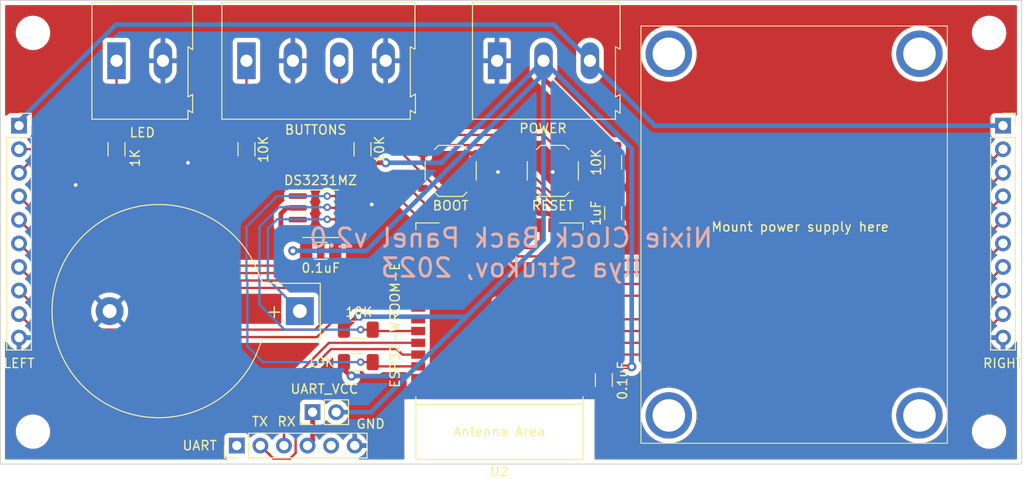
<source format=kicad_pcb>
(kicad_pcb (version 20221018) (generator pcbnew)
  (layers (0 "F.Cu" signal) (31 "B.Cu" signal) (34 "B.Paste" user) (35 "F.Paste" user) (36 "B.SilkS" user "B.Silkscreen") (37 "F.SilkS" user "F.Silkscreen") (38 "B.Mask" user) (39 "F.Mask" user) (44 "Edge.Cuts" user))
  (net 0 "")
  (net 1 "Net-(BT1-+)")
  (net 2 "GND")
  (net 3 "/RESET")
  (net 4 "+3.3V")
  (net 6 "/TXD")
  (net 7 "/RXD")
  (net 9 "/BTN1")
  (net 10 "/BTN2")
  (net 11 "Net-(J3-Pin_1)")
  (net 12 "+5V")
  (net 13 "/TUBE1A")
  (net 14 "/TUBE1B")
  (net 15 "/TUBE1C")
  (net 16 "/TUBE1D")
  (net 17 "/TUBE2A")
  (net 18 "/TUBE2B")
  (net 19 "/TUBE2C")
  (net 20 "/TUBE2D")
  (net 21 "/TUBE3A")
  (net 22 "/TUBE3B")
  (net 23 "/TUBE3C")
  (net 24 "/TUBE3D")
  (net 25 "/TUBE4A")
  (net 26 "/TUBE4B")
  (net 27 "/TUBE4C")
  (net 28 "/TUBE4D")
  (net 29 "/LED1")
  (net 30 "/SDA")
  (net 31 "/SCL")
  (net 32 "/BOOT")
  (net 37 "/UART_VCC")
  (footprint "Resistor_SMD:R_1206_3216Metric_Pad1.30x1.75mm_HandSolder" (layer "F.Cu") (at 89 66.05 90)
    (fp_text reference "R3" hide)
    (fp_text value "10K" (at 0 1.82 90) (layer "F.SilkS"))
    (fp_line (start -0.727064 -0.91) (end 0.727064 -0.91) (stroke (width 0.12)) (layer "F.SilkS"))
    (fp_line (start -0.727064 0.91) (end 0.727064 0.91) (stroke (width 0.12)) (layer "F.SilkS"))
    (pad "1" smd roundrect (at -1.55 0 90) (size 1.3 1.75) (layers "F.Cu" "F.Paste" "F.Mask") (roundrect_rratio 0.192308) (net 4 "+3.3V"))
    (pad "2" smd roundrect (at 1.55 0 90) (size 1.3 1.75) (layers "F.Cu" "F.Paste" "F.Mask") (roundrect_rratio 0.192308) (net 10 "/BTN2"))
  )
  (footprint "Resistor_SMD:R_1206_3216Metric_Pad1.30x1.75mm_HandSolder" (layer "F.Cu") (at 76.5 66.05 90)
    (fp_text reference "R2" hide)
    (fp_text value "10K" (at 0 1.82 90) (layer "F.SilkS"))
    (fp_line (start -0.727064 -0.91) (end 0.727064 -0.91) (stroke (width 0.12)) (layer "F.SilkS"))
    (fp_line (start -0.727064 0.91) (end 0.727064 0.91) (stroke (width 0.12)) (layer "F.SilkS"))
    (pad "1" smd roundrect (at -1.55 0 90) (size 1.3 1.75) (layers "F.Cu" "F.Paste" "F.Mask") (roundrect_rratio 0.192308) (net 4 "+3.3V"))
    (pad "2" smd roundrect (at 1.55 0 90) (size 1.3 1.75) (layers "F.Cu" "F.Paste" "F.Mask") (roundrect_rratio 0.192308) (net 9 "/BTN1"))
  )
  (footprint "Capacitor_SMD:C_1206_3216Metric_Pad1.33x1.80mm_HandSolder" (layer "F.Cu") (at 115 90.9375 -90)
    (fp_text reference "C3" hide)
    (fp_text value "0.1uF" (at 0.0625 -2 90) (layer "F.SilkS"))
    (fp_line (start -0.711252 -0.91) (end 0.711252 -0.91) (stroke (width 0.12)) (layer "F.SilkS"))
    (fp_line (start -0.711252 0.91) (end 0.711252 0.91) (stroke (width 0.12)) (layer "F.SilkS"))
    (pad "1" smd roundrect (at -1.5625 0 270) (size 1.325 1.8) (layers "F.Cu" "F.Paste" "F.Mask") (roundrect_rratio 0.188679) (net 4 "+3.3V"))
    (pad "2" smd roundrect (at 1.5625 0 270) (size 1.325 1.8) (layers "F.Cu" "F.Paste" "F.Mask") (roundrect_rratio 0.188679) (net 2 "GND"))
  )
  (footprint "Connector_PinSocket_2.54mm:PinSocket_1x10_P2.54mm_Vertical" (layer "F.Cu") (at 52 63.5)
    (fp_text reference "J5" hide)
    (fp_text value "LEFT" (at 0 25.63) (layer "F.SilkS"))
    (fp_line (start -1.33 1.27) (end -1.33 24.19) (stroke (width 0.12)) (layer "F.SilkS"))
    (fp_line (start -1.33 1.27) (end 1.33 1.27) (stroke (width 0.12)) (layer "F.SilkS"))
    (fp_line (start -1.33 24.19) (end 1.33 24.19) (stroke (width 0.12)) (layer "F.SilkS"))
    (fp_line (start 0 -1.33) (end 1.33 -1.33) (stroke (width 0.12)) (layer "F.SilkS"))
    (fp_line (start 1.33 -1.33) (end 1.33 0) (stroke (width 0.12)) (layer "F.SilkS"))
    (fp_line (start 1.33 1.27) (end 1.33 24.19) (stroke (width 0.12)) (layer "F.SilkS"))
    (pad "1" thru_hole rect (at 0 0) (size 1.7 1.7) (drill 1) (layers "*.Cu" "*.Mask") (net 12 "+5V"))
    (pad "2" thru_hole oval (at 0 2.54) (size 1.7 1.7) (drill 1) (layers "*.Cu" "*.Mask") (net 13 "/TUBE1A"))
    (pad "3" thru_hole oval (at 0 5.08) (size 1.7 1.7) (drill 1) (layers "*.Cu" "*.Mask") (net 14 "/TUBE1B"))
    (pad "4" thru_hole oval (at 0 7.62) (size 1.7 1.7) (drill 1) (layers "*.Cu" "*.Mask") (net 15 "/TUBE1C"))
    (pad "5" thru_hole oval (at 0 10.16) (size 1.7 1.7) (drill 1) (layers "*.Cu" "*.Mask") (net 16 "/TUBE1D"))
    (pad "6" thru_hole oval (at 0 12.7) (size 1.7 1.7) (drill 1) (layers "*.Cu" "*.Mask") (net 17 "/TUBE2A"))
    (pad "7" thru_hole oval (at 0 15.24) (size 1.7 1.7) (drill 1) (layers "*.Cu" "*.Mask") (net 18 "/TUBE2B"))
    (pad "8" thru_hole oval (at 0 17.78) (size 1.7 1.7) (drill 1) (layers "*.Cu" "*.Mask") (net 19 "/TUBE2C"))
    (pad "9" thru_hole oval (at 0 20.32) (size 1.7 1.7) (drill 1) (layers "*.Cu" "*.Mask") (net 20 "/TUBE2D"))
    (pad "10" thru_hole oval (at 0 22.86) (size 1.7 1.7) (drill 1) (layers "*.Cu" "*.Mask") (net 2 "GND"))
  )
  (footprint "Button_Switch_SMD:SW_Push_1P1T_XKB_TS-1187A" (layer "F.Cu") (at 109.5 68.375)
    (fp_text reference "SW2" hide)
    (fp_text value "RESET" (at 0 3.75) (layer "F.SilkS"))
    (fp_line (start -2.75 -1) (end -2.75 1) (stroke (width 0.12)) (layer "F.SilkS"))
    (fp_line (start -1.75 -2.3) (end -1.3 -2.75) (stroke (width 0.12)) (layer "F.SilkS"))
    (fp_line (start -1.75 2.3) (end -1.3 2.75) (stroke (width 0.12)) (layer "F.SilkS"))
    (fp_line (start -1.3 -2.75) (end 1.3 -2.75) (stroke (width 0.12)) (layer "F.SilkS"))
    (fp_line (start -1.3 2.75) (end 1.3 2.75) (stroke (width 0.12)) (layer "F.SilkS"))
    (fp_line (start 1.75 -2.3) (end 1.3 -2.75) (stroke (width 0.12)) (layer "F.SilkS"))
    (fp_line (start 1.75 2.3) (end 1.3 2.75) (stroke (width 0.12)) (layer "F.SilkS"))
    (fp_line (start 2.75 -1) (end 2.75 1) (stroke (width 0.12)) (layer "F.SilkS"))
    (pad "1" smd rect (at -3 -1.875) (size 1 0.75) (layers "F.Cu" "F.Paste" "F.Mask") (net 2 "GND"))
    (pad "1" smd rect (at 3 -1.875) (size 1 0.75) (layers "F.Cu" "F.Paste" "F.Mask") (net 2 "GND"))
    (pad "2" smd rect (at -3 1.875) (size 1 0.75) (layers "F.Cu" "F.Paste" "F.Mask") (net 3 "/RESET"))
    (pad "2" smd rect (at 3 1.875) (size 1 0.75) (layers "F.Cu" "F.Paste" "F.Mask") (net 3 "/RESET"))
  )
  (footprint "TerminalBlock:TerminalBlock_Altech_AK300-3_P5.00mm" (layer "F.Cu") (at 103.5 56.5)
    (fp_text reference "J4" hide)
    (fp_text value "POWER" (at 4.95 7.3) (layer "F.SilkS"))
    (fp_line (start -2.65 -6.3) (end -2.65 6.3) (stroke (width 0.12)) (layer "F.SilkS"))
    (fp_line (start -2.65 6.3) (end 12.75 6.3) (stroke (width 0.12)) (layer "F.SilkS"))
    (fp_line (start 12.75 -1.5) (end 13.25 -1.25) (stroke (width 0.12)) (layer "F.SilkS"))
    (fp_line (start 12.75 3.9) (end 12.75 -1.5) (stroke (width 0.12)) (layer "F.SilkS"))
    (fp_line (start 12.75 5.35) (end 13.25 5.65) (stroke (width 0.12)) (layer "F.SilkS"))
    (fp_line (start 12.75 6.3) (end 12.75 5.35) (stroke (width 0.12)) (layer "F.SilkS"))
    (fp_line (start 13.25 -6.3) (end -2.65 -6.3) (stroke (width 0.12)) (layer "F.SilkS"))
    (fp_line (start 13.25 -1.25) (end 13.25 -6.3) (stroke (width 0.12)) (layer "F.SilkS"))
    (fp_line (start 13.25 3.65) (end 12.75 3.9) (stroke (width 0.12)) (layer "F.SilkS"))
    (fp_line (start 13.25 5.65) (end 13.25 3.65) (stroke (width 0.12)) (layer "F.SilkS"))
    (pad "1" thru_hole rect (at 0 0) (size 1.98 3.96) (drill 1.32) (layers "*.Cu" "*.Mask") (net 2 "GND"))
    (pad "2" thru_hole oval (at 5 0) (size 1.98 3.96) (drill 1.32) (layers "*.Cu" "*.Mask") (net 4 "+3.3V"))
    (pad "3" thru_hole oval (at 10 0) (size 1.98 3.96) (drill 1.32) (layers "*.Cu" "*.Mask") (net 12 "+5V"))
  )
  (footprint "Connector_PinHeader_2.54mm:PinHeader_1x06_P2.54mm_Vertical" (layer "F.Cu") (at 75.46 98 90)
    (fp_text reference "J1" hide)
    (fp_text value "UART" (at 0 -4 180) (layer "F.SilkS"))
    (fp_line (start -1.33 -1.33) (end 0 -1.33) (stroke (width 0.12)) (layer "F.SilkS"))
    (fp_line (start -1.33 0) (end -1.33 -1.33) (stroke (width 0.12)) (layer "F.SilkS"))
    (fp_line (start -1.33 1.27) (end -1.33 14.03) (stroke (width 0.12)) (layer "F.SilkS"))
    (fp_line (start -1.33 1.27) (end 1.33 1.27) (stroke (width 0.12)) (layer "F.SilkS"))
    (fp_line (start -1.33 14.03) (end 1.33 14.03) (stroke (width 0.12)) (layer "F.SilkS"))
    (fp_line (start 1.33 1.27) (end 1.33 14.03) (stroke (width 0.12)) (layer "F.SilkS"))
    (pad "1" thru_hole rect (at 0 0 90) (size 1.7 1.7) (drill 1) (layers "*.Cu" "*.Mask"))
    (pad "2" thru_hole oval (at 0 2.54 90) (size 1.7 1.7) (drill 1) (layers "*.Cu" "*.Mask") (net 6 "/TXD"))
    (pad "3" thru_hole oval (at 0 5.08 90) (size 1.7 1.7) (drill 1) (layers "*.Cu" "*.Mask") (net 7 "/RXD"))
    (pad "4" thru_hole oval (at 0 7.62 90) (size 1.7 1.7) (drill 1) (layers "*.Cu" "*.Mask") (net 37 "/UART_VCC"))
    (pad "5" thru_hole oval (at 0 10.16 90) (size 1.7 1.7) (drill 1) (layers "*.Cu" "*.Mask"))
    (pad "6" thru_hole oval (at 0 12.7 90) (size 1.7 1.7) (drill 1) (layers "*.Cu" "*.Mask") (net 2 "GND"))
  )
  (footprint "MountingHole:MountingHole_3.2mm_M3" (layer "F.Cu") (at 156.5 96.5)
    (fp_text reference "REF**" hide)
    (fp_text value "MountingHole_3.2mm_M3" hide)
    (pad "" np_thru_hole circle (at 0 0) (size 3.2 3.2) (drill 3.2) (layers "F&B.Cu" "*.Mask"))
  )
  (footprint "MountingHole:MountingHole_3.2mm_M3" (layer "F.Cu") (at 156.5 53.5)
    (fp_text reference "REF**" hide)
    (fp_text value "MountingHole_3.2mm_M3" hide)
    (pad "" np_thru_hole circle (at 0 0) (size 3.2 3.2) (drill 3.2) (layers "F&B.Cu" "*.Mask"))
  )
  (footprint "TerminalBlock:TerminalBlock_Altech_AK300-4_P5.00mm" (layer "F.Cu") (at 76.5 56.5)
    (fp_text reference "J2" hide)
    (fp_text value "BUTTONS" (at 7.45 7.45) (layer "F.SilkS"))
    (fp_line (start -2.65 -6.3) (end 18.15 -6.3) (stroke (width 0.12)) (layer "F.SilkS"))
    (fp_line (start -2.65 6.3) (end -2.65 -6.3) (stroke (width 0.12)) (layer "F.SilkS"))
    (fp_line (start 17.65 -1.5) (end 17.65 3.9) (stroke (width 0.12)) (layer "F.SilkS"))
    (fp_line (start 17.65 3.9) (end 18.2 3.6) (stroke (width 0.12)) (layer "F.SilkS"))
    (fp_line (start 17.65 5.35) (end 17.65 6.3) (stroke (width 0.12)) (layer "F.SilkS"))
    (fp_line (start 17.65 6.3) (end -2.65 6.3) (stroke (width 0.12)) (layer "F.SilkS"))
    (fp_line (start 18.15 -6.3) (end 18.15 -1.25) (stroke (width 0.12)) (layer "F.SilkS"))
    (fp_line (start 18.15 -1.25) (end 17.65 -1.5) (stroke (width 0.12)) (layer "F.SilkS"))
    (fp_line (start 18.2 3.6) (end 18.2 5.65) (stroke (width 0.12)) (layer "F.SilkS"))
    (fp_line (start 18.2 5.65) (end 17.65 5.35) (stroke (width 0.12)) (layer "F.SilkS"))
    (pad "1" thru_hole rect (at 0 0) (size 1.98 3.96) (drill 1.32) (layers "*.Cu" "*.Mask") (net 9 "/BTN1"))
    (pad "2" thru_hole oval (at 5 0) (size 1.98 3.96) (drill 1.32) (layers "*.Cu" "*.Mask") (net 2 "GND"))
    (pad "3" thru_hole oval (at 10 0) (size 1.98 3.96) (drill 1.32) (layers "*.Cu" "*.Mask") (net 10 "/BTN2"))
    (pad "4" thru_hole oval (at 15 0) (size 1.98 3.96) (drill 1.32) (layers "*.Cu" "*.Mask") (net 2 "GND"))
  )
  (footprint "Resistor_SMD:R_1206_3216Metric_Pad1.30x1.75mm_HandSolder" (layer "F.Cu") (at 88.55 89)
    (fp_text reference "R7" hide)
    (fp_text value "10K" (at -4.05 0) (layer "F.SilkS"))
    (fp_line (start -0.727064 -0.91) (end 0.727064 -0.91) (stroke (width 0.12)) (layer "F.SilkS"))
    (fp_line (start -0.727064 0.91) (end 0.727064 0.91) (stroke (width 0.12)) (layer "F.SilkS"))
    (pad "1" smd roundrect (at -1.55 0) (size 1.3 1.75) (layers "F.Cu" "F.Paste" "F.Mask") (roundrect_rratio 0.192308) (net 4 "+3.3V"))
    (pad "2" smd roundrect (at 1.55 0) (size 1.3 1.75) (layers "F.Cu" "F.Paste" "F.Mask") (roundrect_rratio 0.192308) (net 31 "/SCL"))
  )
  (footprint "nixie_clock:HV_PSU_EXT_V3" (layer "F.Cu") (at 135.5 75.25 90)
    (fp_text reference "REF**" hide)
    (fp_text value "HV_PSU_EXT_V3")
    (fp_line (start -22.5 -16.5) (end 22.5 -16.5) (stroke (width 0.1)) (layer "F.SilkS"))
    (fp_line (start -22.5 16.5) (end -22.5 -16.5) (stroke (width 0.1)) (layer "F.SilkS"))
    (fp_line (start 22.5 -16.5) (end 22.5 16.5) (stroke (width 0.1)) (layer "F.SilkS"))
    (fp_line (start 22.5 16.5) (end -22.5 16.5) (stroke (width 0.1)) (layer "F.SilkS"))
    (pad "" np_thru_hole circle (at -19.5 -13.5 90) (size 5 5) (drill 3.5) (layers "*.Cu" "*.Mask"))
    (pad "" np_thru_hole circle (at -19.5 13.5 90) (size 5 5) (drill 3.5) (layers "*.Cu" "*.Mask"))
    (pad "" np_thru_hole circle (at 19.5 -13.5 90) (size 5 5) (drill 3.5) (layers "*.Cu" "*.Mask"))
    (pad "" np_thru_hole circle (at 19.5 13.5 90) (size 5 5) (drill 3.5) (layers "*.Cu" "*.Mask"))
  )
  (footprint "Resistor_SMD:R_1206_3216Metric_Pad1.30x1.75mm_HandSolder" (layer "F.Cu") (at 62.5 66.05 -90)
    (fp_text reference "R4" hide)
    (fp_text value "1K" (at 0.95 -2 90) (layer "F.SilkS"))
    (fp_line (start -0.727064 -0.91) (end 0.727064 -0.91) (stroke (width 0.12)) (layer "F.SilkS"))
    (fp_line (start -0.727064 0.91) (end 0.727064 0.91) (stroke (width 0.12)) (layer "F.SilkS"))
    (pad "1" smd roundrect (at -1.55 0 270) (size 1.3 1.75) (layers "F.Cu" "F.Paste" "F.Mask") (roundrect_rratio 0.192308) (net 11 "Net-(J3-Pin_1)"))
    (pad "2" smd roundrect (at 1.55 0 270) (size 1.3 1.75) (layers "F.Cu" "F.Paste" "F.Mask") (roundrect_rratio 0.192308) (net 29 "/LED1"))
  )
  (footprint "Resistor_SMD:R_1206_3216Metric_Pad1.30x1.75mm_HandSolder" (layer "F.Cu") (at 116 67.45 -90)
    (fp_text reference "R1" hide)
    (fp_text value "10K" (at 0 1.82 90) (layer "F.SilkS"))
    (fp_line (start -0.727064 -0.91) (end 0.727064 -0.91) (stroke (width 0.12)) (layer "F.SilkS"))
    (fp_line (start -0.727064 0.91) (end 0.727064 0.91) (stroke (width 0.12)) (layer "F.SilkS"))
    (pad "1" smd roundrect (at -1.55 0 270) (size 1.3 1.75) (layers "F.Cu" "F.Paste" "F.Mask") (roundrect_rratio 0.192308) (net 4 "+3.3V"))
    (pad "2" smd roundrect (at 1.55 0 270) (size 1.3 1.75) (layers "F.Cu" "F.Paste" "F.Mask") (roundrect_rratio 0.192308) (net 3 "/RESET"))
  )
  (footprint "TerminalBlock:TerminalBlock_Altech_AK300-2_P5.00mm" (layer "F.Cu") (at 62.5 56.5)
    (fp_text reference "J3" hide)
    (fp_text value "LED" (at 2.78 7.75) (layer "F.SilkS"))
    (fp_line (start -2.65 -6.3) (end -2.65 6.3) (stroke (width 0.12)) (layer "F.SilkS"))
    (fp_line (start -2.65 6.3) (end 7.7 6.3) (stroke (width 0.12)) (layer "F.SilkS"))
    (fp_line (start 7.7 -1.5) (end 8.2 -1.2) (stroke (width 0.12)) (layer "F.SilkS"))
    (fp_line (start 7.7 3.9) (end 7.7 -1.5) (stroke (width 0.12)) (layer "F.SilkS"))
    (fp_line (start 7.7 5.35) (end 8.2 5.6) (stroke (width 0.12)) (layer "F.SilkS"))
    (fp_line (start 7.7 6.3) (end 7.7 5.35) (stroke (width 0.12)) (layer "F.SilkS"))
    (fp_line (start 8.2 -6.3) (end -2.65 -6.3) (stroke (width 0.12)) (layer "F.SilkS"))
    (fp_line (start 8.2 -1.2) (end 8.2 -6.3) (stroke (width 0.12)) (layer "F.SilkS"))
    (fp_line (start 8.2 3.65) (end 7.7 3.9) (stroke (width 0.12)) (layer "F.SilkS"))
    (fp_line (start 8.2 3.7) (end 8.2 3.65) (stroke (width 0.12)) (layer "F.SilkS"))
    (fp_line (start 8.2 5.6) (end 8.2 3.7) (stroke (width 0.12)) (layer "F.SilkS"))
    (pad "1" thru_hole rect (at 0 0) (size 1.98 3.96) (drill 1.32) (layers "*.Cu" "*.Mask") (net 11 "Net-(J3-Pin_1)"))
    (pad "2" thru_hole oval (at 5 0) (size 1.98 3.96) (drill 1.32) (layers "*.Cu" "*.Mask") (net 2 "GND"))
  )
  (footprint "Connector_PinSocket_2.54mm:PinSocket_1x10_P2.54mm_Vertical" (layer "F.Cu") (at 158 63.5)
    (fp_text reference "J6" hide)
    (fp_text value "RIGHT" (at 0 25.63) (layer "F.SilkS"))
    (fp_line (start -1.33 1.27) (end -1.33 24.19) (stroke (width 0.12)) (layer "F.SilkS"))
    (fp_line (start -1.33 1.27) (end 1.33 1.27) (stroke (width 0.12)) (layer "F.SilkS"))
    (fp_line (start -1.33 24.19) (end 1.33 24.19) (stroke (width 0.12)) (layer "F.SilkS"))
    (fp_line (start 0 -1.33) (end 1.33 -1.33) (stroke (width 0.12)) (layer "F.SilkS"))
    (fp_line (start 1.33 -1.33) (end 1.33 0) (stroke (width 0.12)) (layer "F.SilkS"))
    (fp_line (start 1.33 1.27) (end 1.33 24.19) (stroke (width 0.12)) (layer "F.SilkS"))
    (pad "1" thru_hole rect (at 0 0) (size 1.7 1.7) (drill 1) (layers "*.Cu" "*.Mask") (net 12 "+5V"))
    (pad "2" thru_hole oval (at 0 2.54) (size 1.7 1.7) (drill 1) (layers "*.Cu" "*.Mask") (net 21 "/TUBE3A"))
    (pad "3" thru_hole oval (at 0 5.08) (size 1.7 1.7) (drill 1) (layers "*.Cu" "*.Mask") (net 22 "/TUBE3B"))
    (pad "4" thru_hole oval (at 0 7.62) (size 1.7 1.7) (drill 1) (layers "*.Cu" "*.Mask") (net 23 "/TUBE3C"))
    (pad "5" thru_hole oval (at 0 10.16) (size 1.7 1.7) (drill 1) (layers "*.Cu" "*.Mask") (net 24 "/TUBE3D"))
    (pad "6" thru_hole oval (at 0 12.7) (size 1.7 1.7) (drill 1) (layers "*.Cu" "*.Mask") (net 25 "/TUBE4A"))
    (pad "7" thru_hole oval (at 0 15.24) (size 1.7 1.7) (drill 1) (layers "*.Cu" "*.Mask") (net 26 "/TUBE4B"))
    (pad "8" thru_hole oval (at 0 17.78) (size 1.7 1.7) (drill 1) (layers "*.Cu" "*.Mask") (net 27 "/TUBE4C"))
    (pad "9" thru_hole oval (at 0 20.32) (size 1.7 1.7) (drill 1) (layers "*.Cu" "*.Mask") (net 28 "/TUBE4D"))
    (pad "10" thru_hole oval (at 0 22.86) (size 1.7 1.7) (drill 1) (layers "*.Cu" "*.Mask") (net 2 "GND"))
  )
  (footprint "MountingHole:MountingHole_3.2mm_M3" (layer "F.Cu") (at 53.5 96.5)
    (fp_text reference "REF**" hide)
    (fp_text value "MountingHole_3.2mm_M3" hide)
    (pad "" np_thru_hole circle (at 0 0) (size 3.2 3.2) (drill 3.2) (layers "F&B.Cu" "*.Mask"))
  )
  (footprint "MountingHole:MountingHole_3.2mm_M3" (layer "F.Cu") (at 53.5 53.5)
    (fp_text reference "REF**" hide)
    (fp_text value "MountingHole_3.2mm_M3" hide)
    (pad "" np_thru_hole circle (at 0 0) (size 3.2 3.2) (drill 3.2) (layers "*.Cu" "*.Mask"))
  )
  (footprint "Connector_PinHeader_2.54mm:PinHeader_1x02_P2.54mm_Vertical" (layer "F.Cu") (at 83.625 94.4 90)
    (fp_text reference "JP1" hide)
    (fp_text value "UART_VCC" (at 2.5 1.275) (layer "F.SilkS"))
    (fp_line (start -1.33 -1.33) (end 0 -1.33) (stroke (width 0.12)) (layer "F.SilkS"))
    (fp_line (start -1.33 0) (end -1.33 -1.33) (stroke (width 0.12)) (layer "F.SilkS"))
    (fp_line (start -1.33 1.27) (end -1.33 3.87) (stroke (width 0.12)) (layer "F.SilkS"))
    (fp_line (start -1.33 1.27) (end 1.33 1.27) (stroke (width 0.12)) (layer "F.SilkS"))
    (fp_line (start -1.33 3.87) (end 1.33 3.87) (stroke (width 0.12)) (layer "F.SilkS"))
    (fp_line (start 1.33 1.27) (end 1.33 3.87) (stroke (width 0.12)) (layer "F.SilkS"))
    (pad "1" thru_hole rect (at 0 0 90) (size 1.7 1.7) (drill 1) (layers "*.Cu" "*.Mask") (net 37 "/UART_VCC"))
    (pad "2" thru_hole oval (at 0 2.54 90) (size 1.7 1.7) (drill 1) (layers "*.Cu" "*.Mask") (net 4 "+3.3V"))
  )
  (footprint "Resistor_SMD:R_1206_3216Metric_Pad1.30x1.75mm_HandSolder" (layer "F.Cu") (at 88.55 85.5)
    (fp_text reference "R6" hide)
    (fp_text value "10K" (at 0.05 -1.9) (layer "F.SilkS"))
    (fp_line (start -0.727064 -0.91) (end 0.727064 -0.91) (stroke (width 0.12)) (layer "F.SilkS"))
    (fp_line (start -0.727064 0.91) (end 0.727064 0.91) (stroke (width 0.12)) (layer "F.SilkS"))
    (pad "1" smd roundrect (at -1.55 0) (size 1.3 1.75) (layers "F.Cu" "F.Paste" "F.Mask") (roundrect_rratio 0.192308) (net 4 "+3.3V"))
    (pad "2" smd roundrect (at 1.55 0) (size 1.3 1.75) (layers "F.Cu" "F.Paste" "F.Mask") (roundrect_rratio 0.192308) (net 30 "/SDA"))
  )
  (footprint "Package_SO:SOIC-8_3.9x4.9mm_P1.27mm" (layer "F.Cu") (at 84.5 73)
    (fp_text reference "U1" hide)
    (fp_text value "DS3231MZ" (at -0.025 -3.595) (layer "F.SilkS"))
    (fp_line (start 0 -2.56) (end -3.45 -2.56) (stroke (width 0.12)) (layer "F.SilkS"))
    (fp_line (start 0 -2.56) (end 1.95 -2.56) (stroke (width 0.12)) (layer "F.SilkS"))
    (fp_line (start 0 2.56) (end -1.95 2.56) (stroke (width 0.12)) (layer "F.SilkS"))
    (fp_line (start 0 2.56) (end 1.95 2.56) (stroke (width 0.12)) (layer "F.SilkS"))
    (pad "1" smd roundrect (at -2.475 -1.905) (size 1.95 0.6) (layers "F.Cu" "F.Paste" "F.Mask"))
    (pad "2" smd roundrect (at -2.475 -0.635) (size 1.95 0.6) (layers "F.Cu" "F.Paste" "F.Mask") (net 4 "+3.3V"))
    (pad "3" smd roundrect (at -2.475 0.635) (size 1.95 0.6) (layers "F.Cu" "F.Paste" "F.Mask"))
    (pad "4" smd roundrect (at -2.475 1.905) (size 1.95 0.6) (layers "F.Cu" "F.Paste" "F.Mask") (net 4 "+3.3V"))
    (pad "5" smd roundrect (at 2.475 1.905) (size 1.95 0.6) (layers "F.Cu" "F.Paste" "F.Mask") (net 2 "GND"))
    (pad "6" smd roundrect (at 2.475 0.635) (size 1.95 0.6) (layers "F.Cu" "F.Paste" "F.Mask") (net 1 "Net-(BT1-+)"))
    (pad "7" smd roundrect (at 2.475 -0.635) (size 1.95 0.6) (layers "F.Cu" "F.Paste" "F.Mask") (net 30 "/SDA"))
    (pad "8" smd roundrect (at 2.475 -1.905) (size 1.95 0.6) (layers "F.Cu" "F.Paste" "F.Mask") (net 31 "/SCL"))
  )
  (footprint "Battery:BatteryHolder_Keystone_103_1x20mm" (layer "F.Cu") (at 82.250001 83.500001 180)
    (fp_text reference "BT1" hide)
    (fp_text value "BAK")
    (fp_text user "+" (at 2.75 0) (layer "F.SilkS") (effects (font (size 1.5 1.5))))
    (fp_line (start -2.2 -3) (end 3.5 -3) (stroke (width 0.12)) (layer "F.SilkS"))
    (fp_line (start -2.2 3) (end -2.2 -3) (stroke (width 0.12)) (layer "F.SilkS"))
    (fp_line (start -2.2 3) (end 3.5 3) (stroke (width 0.12)) (layer "F.SilkS"))
    (fp_arc (start 3.5 3) (mid 3.950694 3.136459) (end 4.25 3.5) (stroke (width 0.12)) (layer "F.SilkS"))
    (fp_arc (start 4.25 -3.5) (mid 3.950694 -3.136459) (end 3.5 -3) (stroke (width 0.12)) (layer "F.SilkS"))
    (fp_arc (start 4.25 -3.5) (mid 16.971103 -11.358466) (end 26.695671 0) (stroke (width 0.12)) (layer "F.SilkS"))
    (fp_arc (start 26.695671 0) (mid 16.971103 11.358466) (end 4.25 3.5) (stroke (width 0.12)) (layer "F.SilkS"))
    (pad "1" thru_hole rect (at 0 0 180) (size 3 3) (drill 1.5) (layers "*.Cu" "*.Mask") (net 1 "Net-(BT1-+)"))
    (pad "2" thru_hole circle (at 20.49 0 180) (size 3 3) (drill 1.5) (layers "*.Cu" "*.Mask") (net 2 "GND"))
  )
  (footprint "Espressif:ESP32-WROOM-32E" (layer "F.Cu") (at 103.75 84.99 180)
    (fp_text reference "U2" (at 0 -15.8) (layer "F.SilkS"))
    (fp_text value "ESP32-WROOM-E" (at 11.25 -0.01 90) (layer "F.SilkS"))
    (fp_text user "Antenna Area" (at 0 -11.5) (layer "F.SilkS"))
    (fp_line (start -9 -14.5) (end -9 -7.75) (stroke (width 0.12)) (layer "F.SilkS"))
    (fp_line (start -9 -14.5) (end 9 -14.5) (stroke (width 0.12)) (layer "F.SilkS"))
    (fp_line (start -9 10.25) (end -9 11) (stroke (width 0.12)) (layer "F.SilkS"))
    (fp_line (start -9 11) (end -8.25 11) (stroke (width 0.12)) (layer "F.SilkS"))
    (fp_line (start -8.25 11) (end -6.5 11) (stroke (width 0.12)) (layer "F.SilkS"))
    (fp_line (start 8.25 11) (end 6.5 11) (stroke (width 0.12)) (layer "F.SilkS"))
    (fp_line (start 9 -14.5) (end 9 -7.75) (stroke (width 0.12)) (layer "F.SilkS"))
    (fp_line (start 9 -8.56) (end -9 -8.56) (stroke (width 0.12)) (layer "F.SilkS"))
    (fp_line (start 9 10.25) (end 9 11) (stroke (width 0.12)) (layer "F.SilkS"))
    (fp_line (start 9 11) (end 8.25 11) (stroke (width 0.12)) (layer "F.SilkS"))
    (pad "1" smd rect (at -8.75 -7.01 180) (size 1.5 0.9) (layers "F.Cu" "F.Paste" "F.Mask") (net 2 "GND"))
    (pad "2" smd rect (at -8.75 -5.74 180) (size 1.5 0.9) (layers "F.Cu" "F.Paste" "F.Mask") (net 4 "+3.3V"))
    (pad "3" smd rect (at -8.75 -4.47 180) (size 1.5 0.9) (layers "F.Cu" "F.Paste" "F.Mask") (net 3 "/RESET"))
    (pad "4" smd rect (at -8.75 -3.2 180) (size 1.5 0.9) (layers "F.Cu" "F.Paste" "F.Mask") (net 28 "/TUBE4D"))
    (pad "5" smd rect (at -8.75 -1.93 180) (size 1.5 0.9) (layers "F.Cu" "F.Paste" "F.Mask") (net 27 "/TUBE4C"))
    (pad "6" smd rect (at -8.75 -0.66 180) (size 1.5 0.9) (layers "F.Cu" "F.Paste" "F.Mask") (net 26 "/TUBE4B"))
    (pad "7" smd rect (at -8.75 0.61 180) (size 1.5 0.9) (layers "F.Cu" "F.Paste" "F.Mask") (net 25 "/TUBE4A"))
    (pad "8" smd rect (at -8.75 1.88 180) (size 1.5 0.9) (layers "F.Cu" "F.Paste" "F.Mask"))
    (pad "9" smd rect (at -8.75 3.15 180) (size 1.5 0.9) (layers "F.Cu" "F.Paste" "F.Mask") (net 24 "/TUBE3D"))
    (pad "10" smd rect (at -8.75 4.42 180) (size 1.5 0.9) (layers "F.Cu" "F.Paste" "F.Mask") (net 23 "/TUBE3C"))
    (pad "11" smd rect (at -8.75 5.69 180) (size 1.5 0.9) (layers "F.Cu" "F.Paste" "F.Mask") (net 22 "/TUBE3B"))
    (pad "12" smd rect (at -8.75 6.96 180) (size 1.5 0.9) (layers "F.Cu" "F.Paste" "F.Mask") (net 21 "/TUBE3A"))
    (pad "13" smd rect (at -8.75 8.23 180) (size 1.5 0.9) (layers "F.Cu" "F.Paste" "F.Mask") (net 10 "/BTN2"))
    (pad "14" smd rect (at -8.75 9.5 180) (size 1.5 0.9) (layers "F.Cu" "F.Paste" "F.Mask") (net 9 "/BTN1"))
    (pad "15" smd rect (at -5.72 10.75 270) (size 1.5 0.9) (layers "F.Cu" "F.Paste" "F.Mask") (net 2 "GND"))
    (pad "16" smd rect (at -4.45 10.75 270) (size 1.5 0.9) (layers "F.Cu" "F.Paste" "F.Mask") (net 29 "/LED1"))
    (pad "17" smd rect (at -3.18 10.75 270) (size 1.5 0.9) (layers "F.Cu" "F.Paste" "F.Mask"))
    (pad "18" smd rect (at -1.91 10.75 270) (size 1.5 0.9) (layers "F.Cu" "F.Paste" "F.Mask"))
    (pad "19" smd rect (at -0.64 10.75 270) (size 1.5 0.9) (layers "F.Cu" "F.Paste" "F.Mask"))
    (pad "20" smd rect (at 0.63 10.75 270) (size 1.5 0.9) (layers "F.Cu" "F.Paste" "F.Mask"))
    (pad "21" smd rect (at 1.9 10.75 270) (size 1.5 0.9) (layers "F.Cu" "F.Paste" "F.Mask"))
    (pad "22" smd rect (at 3.17 10.75 270) (size 1.5 0.9) (layers "F.Cu" "F.Paste" "F.Mask"))
    (pad "23" smd rect (at 4.44 10.75 270) (size 1.5 0.9) (layers "F.Cu" "F.Paste" "F.Mask") (net 13 "/TUBE1A"))
    (pad "24" smd rect (at 5.71 10.75 270) (size 1.5 0.9) (layers "F.Cu" "F.Paste" "F.Mask") (net 14 "/TUBE1B"))
    (pad "25" smd rect (at 8.75 9.5) (size 1.5 0.9) (layers "F.Cu" "F.Paste" "F.Mask") (net 32 "/BOOT"))
    (pad "26" smd rect (at 8.75 8.23) (size 1.5 0.9) (layers "F.Cu" "F.Paste" "F.Mask") (net 15 "/TUBE1C"))
    (pad "27" smd rect (at 8.75 6.96) (size 1.5 0.9) (layers "F.Cu" "F.Paste" "F.Mask") (net 16 "/TUBE1D"))
    (pad "28" smd rect (at 8.75 5.69) (size 1.5 0.9) (layers "F.Cu" "F.Paste" "F.Mask") (net 17 "/TUBE2A"))
    (pad "29" smd rect (at 8.75 4.42) (size 1.5 0.9) (layers "F.Cu" "F.Paste" "F.Mask") (net 18 "/TUBE2B"))
    (pad "30" smd rect (at 8.75 3.15) (size 1.5 0.9) (layers "F.Cu" "F.Paste" "F.Mask") (net 19 "/TUBE2C"))
    (pad "31" smd rect (at 8.75 1.88) (size 1.5 0.9) (layers "F.Cu" "F.Paste" "F.Mask") (net 20 "/TUBE2D"))
    (pad "32" smd rect (at 8.75 0.61) (size 1.5 0.9) (layers "F.Cu" "F.Paste" "F.Mask"))
    (pad "33" smd rect (at 8.75 -0.66) (size 1.5 0.9) (layers "F.Cu" "F.Paste" "F.Mask") (net 30 "/SDA"))
    (pad "34" smd rect (at 8.75 -1.93) (size 1.5 0.9) (layers "F.Cu" "F.Paste" "F.Mask") (net 7 "/RXD"))
    (pad "35" smd rect (at 8.75 -3.2) (size 1.5 0.9) (layers "F.Cu" "F.Paste" "F.Mask") (net 6 "/TXD"))
    (pad "36" smd rect (at 8.75 -4.47) (size 1.5 0.9) (layers "F.Cu" "F.Paste" "F.Mask") (net 31 "/SCL"))
    (pad "37" smd rect (at 8.75 -5.74) (size 1.5 0.9) (layers "F.Cu" "F.Paste" "F.Mask"))
    (pad "38" smd rect (at 8.75 -7.01) (size 1.5 0.9) (layers "F.Cu" "F.Paste" "F.Mask") (net 2 "GND"))
    (pad "39" smd rect (at -2.9 -0.69) (size 0.9 0.9) (layers "F.Cu" "F.Paste" "F.Mask") (net 2 "GND"))
    (pad "39" smd rect (at -2.9 0.71) (size 0.9 0.9) (layers "F.Cu" "F.Paste" "F.Mask") (net 2 "GND"))
    (pad "39" smd rect (at -2.9 2.11) (size 0.9 0.9) (layers "F.Cu" "F.Paste" "F.Mask") (net 2 "GND"))
    (pad "39" smd rect (at -1.5 -0.69) (size 0.9 0.9) (layers "F.Cu" "F.Paste" "F.Mask") (net 2 "GND"))
    (pad "39" smd rect (at -1.5 0.71) (size 0.9 0.9) (layers "F.Cu" "F.Paste" "F.Mask") (net 2 "GND"))
    (pad "39" smd rect (at -1.5 2.11) (size 0.9 0.9) (layers "F.Cu" "F.Paste" "F.Mask") (net 2 "GND"))
    (pad "39" smd rect (at -0.1 -0.69) (size 0.9 0.9) (layers "F.Cu" "F.Paste" "F.Mask") (net 2 "GND"))
    (pad "39" smd rect (at -0.1 0.71) (size 0.9 0.9) (layers "F.Cu" "F.Paste" "F.Mask") (net 2 "GND"))
    (pad "39" smd rect (at -0.1 2.11) (size 0.9 0.9) (layers "F.Cu" "F.Paste" "F.Mask") (net 2 "GND"))
  )
  (footprint "Capacitor_SMD:C_1206_3216Metric_Pad1.33x1.80mm_HandSolder" (layer "F.Cu") (at 116 72.9375 -90)
    (fp_text reference "C1" hide)
    (fp_text value "1uF" (at 0 1.85 90) (layer "F.SilkS"))
    (fp_line (start -0.711252 -0.91) (end 0.711252 -0.91) (stroke (width 0.12)) (layer "F.SilkS"))
    (fp_line (start -0.711252 0.91) (end 0.711252 0.91) (stroke (width 0.12)) (layer "F.SilkS"))
    (pad "1" smd roundrect (at -1.5625 0 270) (size 1.325 1.8) (layers "F.Cu" "F.Paste" "F.Mask") (roundrect_rratio 0.188679) (net 3 "/RESET"))
    (pad "2" smd roundrect (at 1.5625 0 270) (size 1.325 1.8) (layers "F.Cu" "F.Paste" "F.Mask") (roundrect_rratio 0.188679) (net 2 "GND"))
  )
  (footprint "Button_Switch_SMD:SW_Push_1P1T_XKB_TS-1187A" (layer "F.Cu") (at 98.5 68.375)
    (fp_text reference "SW1" hide)
    (fp_text value "BOOT" (at 0 3.75) (layer "F.SilkS"))
    (fp_line (start -2.75 -1) (end -2.75 1) (stroke (width 0.12)) (layer "F.SilkS"))
    (fp_line (start -1.75 -2.3) (end -1.3 -2.75) (stroke (width 0.12)) (layer "F.SilkS"))
    (fp_line (start -1.75 2.3) (end -1.3 2.75) (stroke (width 0.12)) (layer "F.SilkS"))
    (fp_line (start -1.3 -2.75) (end 1.3 -2.75) (stroke (width 0.12)) (layer "F.SilkS"))
    (fp_line (start -1.3 2.75) (end 1.3 2.75) (stroke (width 0.12)) (layer "F.SilkS"))
    (fp_line (start 1.75 -2.3) (end 1.3 -2.75) (stroke (width 0.12)) (layer "F.SilkS"))
    (fp_line (start 1.75 2.3) (end 1.3 2.75) (stroke (width 0.12)) (layer "F.SilkS"))
    (fp_line (start 2.75 -1) (end 2.75 1) (stroke (width 0.12)) (layer "F.SilkS"))
    (pad "1" smd rect (at -3 -1.875) (size 1 0.75) (layers "F.Cu" "F.Paste" "F.Mask") (net 2 "GND"))
    (pad "1" smd rect (at 3 -1.875) (size 1 0.75) (layers "F.Cu" "F.Paste" "F.Mask") (net 2 "GND"))
    (pad "2" smd rect (at -3 1.875) (size 1 0.75) (layers "F.Cu" "F.Paste" "F.Mask") (net 32 "/BOOT"))
    (pad "2" smd rect (at 3 1.875) (size 1 0.75) (layers "F.Cu" "F.Paste" "F.Mask") (net 32 "/BOOT"))
  )
  (footprint "Capacitor_SMD:C_1206_3216Metric_Pad1.33x1.80mm_HandSolder" (layer "F.Cu") (at 84.5 77)
    (fp_text reference "C4" hide)
    (fp_text value "0.1uF" (at 0 1.85) (layer "F.SilkS"))
    (fp_line (start -0.711252 -0.91) (end 0.711252 -0.91) (stroke (width 0.12)) (layer "F.SilkS"))
    (fp_line (start -0.711252 0.91) (end 0.711252 0.91) (stroke (width 0.12)) (layer "F.SilkS"))
    (pad "1" smd roundrect (at -1.5625 0) (size 1.325 1.8) (layers "F.Cu" "F.Paste" "F.Mask") (roundrect_rratio 0.188679) (net 4 "+3.3V"))
    (pad "2" smd roundrect (at 1.5625 0) (size 1.325 1.8) (layers "F.Cu" "F.Paste" "F.Mask") (roundrect_rratio 0.188679) (net 2 "GND"))
  )
  (gr_rect (start 50 50) (end 160 100) (stroke (width 0.1)) (fill none) (layer "Edge.Cuts"))
  (gr_text "Nixie Clock Back Panel v2.0\nIlya Strukov, 2023" (at 105 80) (layer "B.SilkS") (effects (font (size 2 2) (thickness 0.3)) (justify bottom mirror)))
  (gr_text "Mount power supply here" (at 126.5 75) (layer "F.SilkS") (effects (font (size 1 1)) (justify left bottom)))
  (gr_text "RX" (at 79.75 96) (layer "F.SilkS") (effects (font (size 1 1)) (justify left bottom)))
  (gr_text "GND" (at 88.25 96.25) (layer "F.SilkS") (effects (font (size 1 1)) (justify left bottom)))
  (gr_text "TX" (at 77 96) (layer "F.SilkS") (effects (font (size 1 1)) (justify left bottom)))
  (segment (start 86.94 73.6) (end 86.975 73.635) (width 0.25) (layer "F.Cu") (net 1))
  (segment (start 85.2 73.6) (end 86.94 73.6) (width 0.25) (layer "F.Cu") (net 1))
  (via (at 85.2 73.6) (size 0.8) (drill 0.4) (layers "F.Cu" "B.Cu") (net 1))
  (segment (start 78.8 80.05) (end 78.8 74.6) (width 0.25) (layer "B.Cu") (net 1))
  (segment (start 79.8 73.6) (end 85.2 73.6) (width 0.25) (layer "B.Cu") (net 1))
  (segment (start 82.250001 83.500001) (end 78.8 80.05) (width 0.25) (layer "B.Cu") (net 1))
  (segment (start 78.8 74.6) (end 79.8 73.6) (width 0.25) (layer "B.Cu") (net 1))
  (segment (start 112.5 92) (end 114.5 92) (width 0.5) (layer "F.Cu") (net 2))
  (segment (start 86.0625 77) (end 86.0625 75.8175) (width 0.5) (layer "F.Cu") (net 2))
  (segment (start 109.47 74.24) (end 109.47 73.31) (width 0.5) (layer "F.Cu") (net 2))
  (segment (start 86.0625 75.8175) (end 86.975 74.905) (width 0.5) (layer "F.Cu") (net 2))
  (segment (start 109.15 72.99) (end 108 72.99) (width 0.5) (layer "F.Cu") (net 2))
  (segment (start 109.47 73.31) (end 109.15 72.99) (width 0.5) (layer "F.Cu") (net 2))
  (segment (start 114.5 92) (end 115 92.5) (width 0.5) (layer "F.Cu") (net 2))
  (via (at 109.5 68.5) (size 0.8) (drill 0.4) (layers "F.Cu" "B.Cu") (net 2))
  (via (at 70.2 67.5) (size 0.8) (drill 0.4) (layers "F.Cu" "B.Cu") (net 2))
  (via (at 90 72) (size 0.8) (drill 0.4) (layers "F.Cu" "B.Cu") (net 2))
  (via (at 58.1 69.9) (size 0.8) (drill 0.4) (layers "F.Cu" "B.Cu") (net 2))
  (via (at 103.6 68.5) (size 0.8) (drill 0.4) (layers "F.Cu" "B.Cu") (net 2))
  (segment (start 106.5 70.25) (end 107.986396 70.25) (width 0.25) (layer "F.Cu") (net 3))
  (segment (start 112.5 70.25) (end 114.875 70.25) (width 0.25) (layer "F.Cu") (net 3))
  (segment (start 114.875 70.25) (end 116 71.375) (width 0.25) (layer "F.Cu") (net 3))
  (segment (start 107.986396 70.25) (end 111.1 73.363604) (width 0.25) (layer "F.Cu") (net 3))
  (segment (start 111.5 89.46) (end 112.5 89.46) (width 0.25) (layer "F.Cu") (net 3))
  (segment (start 111.1 89.06) (end 111.5 89.46) (width 0.25) (layer "F.Cu") (net 3))
  (segment (start 111.1 73.363604) (end 111.1 89.06) (width 0.25) (layer "F.Cu") (net 3))
  (segment (start 116 71.375) (end 116 69) (width 0.25) (layer "F.Cu") (net 3))
  (segment (start 115.125 89.5) (end 115 89.375) (width 0.5) (layer "F.Cu") (net 4))
  (segment (start 80.2 74.3) (end 80.2 73) (width 0.5) (layer "F.Cu") (net 4))
  (segment (start 82.9375 77) (end 82.9375 75.8175) (width 0.5) (layer "F.Cu") (net 4))
  (segment (start 89.1 67.5) (end 89 67.6) (width 0.5) (layer "F.Cu") (net 4))
  (segment (start 80.2 73) (end 80.835 72.365) (width 0.5) (layer "F.Cu") (net 4))
  (segment (start 82.9375 75.8175) (end 82.025 74.905) (width 0.5) (layer "F.Cu") (net 4))
  (segment (start 81.5 77) (end 82.9375 77) (width 0.5) (layer "F.Cu") (net 4))
  (segment (start 80.805 74.905) (end 80.2 74.3) (width 0.5) (layer "F.Cu") (net 4))
  (segment (start 108.5 56.5) (end 108.5 58.4) (width 0.5) (layer "F.Cu") (net 4))
  (segment (start 89 67.6) (end 76.5 67.6) (width 0.5) (layer "F.Cu") (net 4))
  (segment (start 87 89.8) (end 87 89) (width 0.5) (layer "F.Cu") (net 4))
  (segment (start 82.025 74.905) (end 80.805 74.905) (width 0.5) (layer "F.Cu") (net 4))
  (segment (start 87.8 90.5) (end 87.7 90.5) (width 0.5) (layer "F.Cu") (net 4))
  (segment (start 113.645 90.73) (end 115 89.375) (width 0.5) (layer "F.Cu") (net 4))
  (segment (start 112.5 90.73) (end 113.645 90.73) (width 0.5) (layer "F.Cu") (net 4))
  (segment (start 88.4 84.1) (end 87 85.5) (width 0.5) (layer "F.Cu") (net 4))
  (segment (start 87.7 90.5) (end 87 89.8) (width 0.5) (layer "F.Cu") (net 4))
  (segment (start 91.5 67.5) (end 89.1 67.5) (width 0.5) (layer "F.Cu") (net 4))
  (segment (start 108.5 58.4) (end 116 65.9) (width 0.5) (layer "F.Cu") (net 4))
  (segment (start 80.835 72.365) (end 82.025 72.365) (width 0.5) (layer "F.Cu") (net 4))
  (segment (start 118 89.5) (end 115.125 89.5) (width 0.5) (layer "F.Cu") (net 4))
  (segment (start 88.6 84.1) (end 88.4 84.1) (width 0.5) (layer "F.Cu") (net 4))
  (via (at 81.5 77) (size 1) (drill 0.5) (layers "F.Cu" "B.Cu") (net 4))
  (via (at 87.8 90.5) (size 1) (drill 0.5) (layers "F.Cu" "B.Cu") (net 4))
  (via (at 91.5 67.5) (size 1) (drill 0.5) (layers "F.Cu" "B.Cu") (net 4))
  (via (at 88.6 84.1) (size 1) (drill 0.5) (layers "F.Cu" "B.Cu") (net 4))
  (via (at 118 89.5) (size 1) (drill 0.5) (layers "F.Cu" "B.Cu") (net 4))
  (segment (start 108.5 57.9) (end 108.5 56.5) (width 0.5) (layer "B.Cu") (net 4))
  (segment (start 100.2 84.1) (end 88.6 84.1) (width 0.5) (layer "B.Cu") (net 4))
  (segment (start 118 66) (end 118 89.5) (width 0.5) (layer "B.Cu") (net 4))
  (segment (start 108.5 56.5) (end 97.5 67.5) (width 0.5) (layer "B.Cu") (net 4))
  (segment (start 86.165 94.4) (end 89.9 94.4) (width 0.5) (layer "B.Cu") (net 4))
  (segment (start 108.5 56.5) (end 118 66) (width 0.5) (layer "B.Cu") (net 4))
  (segment (start 97.5 67.5) (end 91.5 67.5) (width 0.5) (layer "B.Cu") (net 4))
  (segment (start 81.5 77) (end 89.4 77) (width 0.5) (layer "B.Cu") (net 4))
  (segment (start 93.95 90.35) (end 100.2 84.1) (width 0.5) (layer "B.Cu") (net 4))
  (segment (start 108.5 75.8) (end 108.5 56.5) (width 0.5) (layer "B.Cu") (net 4))
  (segment (start 93.95 90.35) (end 93.8 90.5) (width 0.5) (layer "B.Cu") (net 4))
  (segment (start 100.2 84.1) (end 108.5 75.8) (width 0.5) (layer "B.Cu") (net 4))
  (segment (start 89.9 94.4) (end 93.95 90.35) (width 0.5) (layer "B.Cu") (net 4))
  (segment (start 93.8 90.5) (end 87.8 90.5) (width 0.5) (layer "B.Cu") (net 4))
  (segment (start 89.4 77) (end 108.5 57.9) (width 0.5) (layer "B.Cu") (net 4))
  (segment (start 85.6 87.6) (end 92.7 87.6) (width 0.25) (layer "F.Cu") (net 6))
  (segment (start 81.8 91.4) (end 85.6 87.6) (width 0.25) (layer "F.Cu") (net 6))
  (segment (start 93.29 88.19) (end 95 88.19) (width 0.25) (layer "F.Cu") (net 6))
  (segment (start 78 98) (end 79.4 99.4) (width 0.25) (layer "F.Cu") (net 6))
  (segment (start 79.4 99.4) (end 81.2 99.4) (width 0.25) (layer "F.Cu") (net 6))
  (segment (start 92.7 87.6) (end 93.29 88.19) (width 0.25) (layer "F.Cu") (net 6))
  (segment (start 81.2 99.4) (end 81.8 98.8) (width 0.25) (layer "F.Cu") (net 6))
  (segment (start 81.8 98.8) (end 81.8 91.4) (width 0.25) (layer "F.Cu") (net 6))
  (segment (start 95 86.92) (end 85.38 86.92) (width 0.25) (layer "F.Cu") (net 7))
  (segment (start 80.54 91.76) (end 80.54 98) (width 0.25) (layer "F.Cu") (net 7))
  (segment (start 85.38 86.92) (end 80.54 91.76) (width 0.25) (layer "F.Cu") (net 7))
  (segment (start 76.5 64.5) (end 76.5 56.5) (width 0.25) (layer "F.Cu") (net 9))
  (segment (start 77.6 65.6) (end 76.5 64.5) (width 0.25) (layer "F.Cu") (net 9))
  (segment (start 112.5 74) (end 104.1 65.6) (width 0.25) (layer "F.Cu") (net 9))
  (segment (start 104.1 65.6) (end 77.6 65.6) (width 0.25) (layer "F.Cu") (net 9))
  (segment (start 112.5 75.49) (end 112.5 74) (width 0.25) (layer "F.Cu") (net 9))
  (segment (start 111.4 67.4) (end 108.5 64.5) (width 0.25) (layer "F.Cu") (net 10))
  (segment (start 89 64.5) (end 86.5 62) (width 0.25) (layer "F.Cu") (net 10))
  (segment (start 113.08 76.76) (end 113.575 76.265) (width 0.25) (layer "F.Cu") (net 10))
  (segment (start 112.5 76.76) (end 113.08 76.76) (width 0.25) (layer "F.Cu") (net 10))
  (segment (start 111.4 72.1) (end 111.4 67.4) (width 0.25) (layer "F.Cu") (net 10))
  (segment (start 113.575 76.265) (end 113.575 74.275) (width 0.25) (layer "F.Cu") (net 10))
  (segment (start 108.5 64.5) (end 89 64.5) (width 0.25) (layer "F.Cu") (net 10))
  (segment (start 86.5 62) (end 86.5 56.5) (width 0.25) (layer "F.Cu") (net 10))
  (segment (start 113.575 74.275) (end 111.4 72.1) (width 0.25) (layer "F.Cu") (net 10))
  (segment (start 62.5 56.5) (end 62.5 64.5) (width 0.25) (layer "F.Cu") (net 11))
  (segment (start 62.43 52.6) (end 52 63.03) (width 0.5) (layer "B.Cu") (net 12))
  (segment (start 120.5 63.5) (end 158 63.5) (width 0.5) (layer "B.Cu") (net 12))
  (segment (start 109.6 52.6) (end 62.43 52.6) (width 0.5) (layer "B.Cu") (net 12))
  (segment (start 52 63.03) (end 52 63.5) (width 0.5) (layer "B.Cu") (net 12))
  (segment (start 113.5 56.5) (end 120.5 63.5) (width 0.5) (layer "B.Cu") (net 12))
  (segment (start 113.5 56.5) (end 109.6 52.6) (width 0.5) (layer "B.Cu") (net 12))
  (segment (start 99.31 72.535) (end 92.975 66.2) (width 0.25) (layer "F.Cu") (net 13))
  (segment (start 63.576396 66.04) (end 52 66.04) (width 0.25) (layer "F.Cu") (net 13))
  (segment (start 63.736396 66.2) (end 63.576396 66.04) (width 0.25) (layer "F.Cu") (net 13))
  (segment (start 92.975 66.2) (end 63.736396 66.2) (width 0.25) (layer "F.Cu") (net 13))
  (segment (start 99.31 74.24) (end 99.31 72.535) (width 0.25) (layer "F.Cu") (net 13))
  (segment (start 92.8 69) (end 65.9 69) (width 0.25) (layer "F.Cu") (net 14))
  (segment (start 98.04 74.24) (end 92.8 69) (width 0.25) (layer "F.Cu") (net 14))
  (segment (start 65.9 69) (end 63.525 66.625) (width 0.25) (layer "F.Cu") (net 14))
  (segment (start 63.525 66.625) (end 53.955 66.625) (width 0.25) (layer "F.Cu") (net 14))
  (segment (start 53.955 66.625) (end 52 68.58) (width 0.25) (layer "F.Cu") (net 14))
  (segment (start 92.604442 78.6) (end 59.48 78.6) (width 0.25) (layer "F.Cu") (net 15))
  (segment (start 94.444442 76.76) (end 92.604442 78.6) (width 0.25) (layer "F.Cu") (net 15))
  (segment (start 95 76.76) (end 94.444442 76.76) (width 0.25) (layer "F.Cu") (net 15))
  (segment (start 59.48 78.6) (end 52 71.12) (width 0.25) (layer "F.Cu") (net 15))
  (segment (start 93.05 79.4) (end 57.74 79.4) (width 0.25) (layer "F.Cu") (net 16))
  (segment (start 57.74 79.4) (end 52 73.66) (width 0.25) (layer "F.Cu") (net 16))
  (segment (start 95 78.03) (end 94.42 78.03) (width 0.25) (layer "F.Cu") (net 16))
  (segment (start 94.42 78.03) (end 93.05 79.4) (width 0.25) (layer "F.Cu") (net 16))
  (segment (start 95 79.3) (end 94.42 79.3) (width 0.25) (layer "F.Cu") (net 17))
  (segment (start 93.52 80.2) (end 56 80.2) (width 0.25) (layer "F.Cu") (net 17))
  (segment (start 56 80.2) (end 52 76.2) (width 0.25) (layer "F.Cu") (net 17))
  (segment (start 94.42 79.3) (end 93.52 80.2) (width 0.25) (layer "F.Cu") (net 17))
  (segment (start 54.26 81) (end 52 78.74) (width 0.25) (layer "F.Cu") (net 18))
  (segment (start 95 80.57) (end 94.57 81) (width 0.25) (layer "F.Cu") (net 18))
  (segment (start 94.57 81) (end 54.26 81) (width 0.25) (layer "F.Cu") (net 18))
  (segment (start 52 81.28) (end 56.22 85.5) (width 0.25) (layer "F.Cu") (net 19))
  (segment (start 83.9 85.5) (end 87.56 81.84) (width 0.25) (layer "F.Cu") (net 19))
  (segment (start 56.22 85.5) (end 83.9 85.5) (width 0.25) (layer "F.Cu") (net 19))
  (segment (start 87.56 81.84) (end 95 81.84) (width 0.25) (layer "F.Cu") (net 19))
  (segment (start 84.1 86.3) (end 87.29 83.11) (width 0.25) (layer "F.Cu") (net 20))
  (segment (start 87.29 83.11) (end 95 83.11) (width 0.25) (layer "F.Cu") (net 20))
  (segment (start 54.48 86.3) (end 84.1 86.3) (width 0.25) (layer "F.Cu") (net 20))
  (segment (start 52 83.82) (end 54.48 86.3) (width 0.25) (layer "F.Cu") (net 20))
  (segment (start 112.5 78.03) (end 146.01 78.03) (width 0.25) (layer "F.Cu") (net 21))
  (segment (start 146.01 78.03) (end 158 66.04) (width 0.25) (layer "F.Cu") (net 21))
  (segment (start 147.28 79.3) (end 158 68.58) (width 0.25) (layer "F.Cu") (net 22))
  (segment (start 112.5 79.3) (end 147.28 79.3) (width 0.25) (layer "F.Cu") (net 22))
  (segment (start 148.55 80.57) (end 158 71.12) (width 0.25) (layer "F.Cu") (net 23))
  (segment (start 112.5 80.57) (end 148.55 80.57) (width 0.25) (layer "F.Cu") (net 23))
  (segment (start 149.82 81.84) (end 158 73.66) (width 0.25) (layer "F.Cu") (net 24))
  (segment (start 112.5 81.84) (end 149.82 81.84) (width 0.25) (layer "F.Cu") (net 24))
  (segment (start 112.5 84.38) (end 149.82 84.38) (width 0.25) (layer "F.Cu") (net 25))
  (segment (start 149.82 84.38) (end 158 76.2) (width 0.25) (layer "F.Cu") (net 25))
  (segment (start 151.09 85.65) (end 158 78.74) (width 0.25) (layer "F.Cu") (net 26))
  (segment (start 112.5 85.65) (end 151.09 85.65) (width 0.25) (layer "F.Cu") (net 26))
  (segment (start 158 81.28) (end 152.36 86.92) (width 0.25) (layer "F.Cu") (net 27))
  (segment (start 152.36 86.92) (end 112.5 86.92) (width 0.25) (layer "F.Cu") (net 27))
  (segment (start 153.63 88.19) (end 158 83.82) (width 0.25) (layer "F.Cu") (net 28))
  (segment (start 112.5 88.19) (end 153.63 88.19) (width 0.25) (layer "F.Cu") (net 28))
  (segment (start 107.3 76.7) (end 108.2 75.8) (width 0.25) (layer "F.Cu") (net 29))
  (segment (start 98.3 76.7) (end 107.3 76.7) (width 0.25) (layer "F.Cu") (net 29))
  (segment (start 108.2 75.8) (end 108.2 74.24) (width 0.25) (layer "F.Cu") (net 29))
  (segment (start 64.7 69.8) (end 91.4 69.8) (width 0.25) (layer "F.Cu") (net 29))
  (segment (start 91.4 69.8) (end 98.3 76.7) (width 0.25) (layer "F.Cu") (net 29))
  (segment (start 62.5 67.6) (end 64.7 69.8) (width 0.25) (layer "F.Cu") (net 29))
  (segment (start 88.8 85.5) (end 90.1 85.5) (width 0.25) (layer "F.Cu") (net 30))
  (segment (start 85.265 72.365) (end 85.2 72.3) (width 0.25) (layer "F.Cu") (net 30))
  (segment (start 95 85.65) (end 90.25 85.65) (width 0.25) (layer "F.Cu") (net 30))
  (segment (start 86.975 72.365) (end 85.265 72.365) (width 0.25) (layer "F.Cu") (net 30))
  (segment (start 90.25 85.65) (end 90.1 85.5) (width 0.25) (layer "F.Cu") (net 30))
  (via (at 88.8 85.5) (size 0.8) (drill 0.4) (layers "F.Cu" "B.Cu") (net 30))
  (via (at 85.2 72.3) (size 0.8) (drill 0.4) (layers "F.Cu" "B.Cu") (net 30))
  (segment (start 80 72.3) (end 77.9 74.4) (width 0.25) (layer "B.Cu") (net 30))
  (segment (start 85.2 72.3) (end 80 72.3) (width 0.25) (layer "B.Cu") (net 30))
  (segment (start 77.9 81.9) (end 77.9 82.8) (width 0.25) (layer "B.Cu") (net 30))
  (segment (start 80.6 85.5) (end 88.8 85.5) (width 0.25) (layer "B.Cu") (net 30))
  (segment (start 77.9 74.4) (end 77.9 81.9) (width 0.25) (layer "B.Cu") (net 30))
  (segment (start 77.9 82.8) (end 80.6 85.5) (width 0.25) (layer "B.Cu") (net 30))
  (segment (start 85.205 71.095) (end 85.2 71.1) (width 0.25) (layer "F.Cu") (net 31))
  (segment (start 86.975 71.095) (end 85.205 71.095) (width 0.25) (layer "F.Cu") (net 31))
  (segment (start 88.8 89) (end 90.1 89) (width 0.25) (layer "F.Cu") (net 31))
  (segment (start 90.56 89.46) (end 90.1 89) (width 0.25) (layer "F.Cu") (net 31))
  (segment (start 95 89.46) (end 90.56 89.46) (width 0.25) (layer "F.Cu") (net 31))
  (via (at 88.8 89) (size 0.8) (drill 0.4) (layers "F.Cu" "B.Cu") (net 31))
  (via (at 85.2 71.1) (size 0.8) (drill 0.4) (layers "F.Cu" "B.Cu") (net 31))
  (segment (start 76.6 80.1) (end 76.6 87.3) (width 0.25) (layer "B.Cu") (net 31))
  (segment (start 77.4 88.1) (end 78.3 89) (width 0.25) (layer "B.Cu") (net 31))
  (segment (start 85.2 71.1) (end 79.8 71.1) (width 0.25) (layer "B.Cu") (net 31))
  (segment (start 76.5 74.4) (end 76.5 80) (width 0.25) (layer "B.Cu") (net 31))
  (segment (start 79.8 71.1) (end 76.5 74.4) (width 0.25) (layer "B.Cu") (net 31))
  (segment (start 78.3 89) (end 88.8 89) (width 0.25) (layer "B.Cu") (net 31))
  (segment (start 76.5 80) (end 76.6 80.1) (width 0.25) (layer "B.Cu") (net 31))
  (segment (start 76.6 87.3) (end 77.4 88.1) (width 0.25) (layer "B.Cu") (net 31))
  (segment (start 107.865 77.6) (end 97.7 77.6) (width 0.25) (layer "F.Cu") (net 32))
  (segment (start 101.5 70.25) (end 102.2 70.95) (width 0.25) (layer "F.Cu") (net 32))
  (segment (start 97.7 77.6) (end 95.59 75.49) (width 0.25) (layer "F.Cu") (net 32))
  (segment (start 102.2 70.95) (end 108.05 70.95) (width 0.25) (layer "F.Cu") (net 32))
  (segment (start 110.6 74.865) (end 107.865 77.6) (width 0.25) (layer "F.Cu") (net 32))
  (segment (start 95.59 75.49) (end 95 75.49) (width 0.25) (layer "F.Cu") (net 32))
  (segment (start 110.6 73.5) (end 110.6 74.865) (width 0.25) (layer "F.Cu") (net 32))
  (segment (start 108.05 70.95) (end 110.6 73.5) (width 0.25) (layer "F.Cu") (net 32))
  (segment (start 83.08 94.945) (end 83.625 94.4) (width 0.25) (layer "F.Cu") (net 37))
  (segment (start 83.625 94.4) (end 83.625 97.455) (width 0.5) (layer "F.Cu") (net 37))
  (segment (start 83.625 97.455) (end 83.08 98) (width 0.5) (layer "F.Cu") (net 37))
  (zone (net 2) (net_name "GND") (layers "F&B.Cu") (connect_pads (clearance 0.5)) (min_thickness 0.25) (fill yes (thermal_gap 0.5) (thermal_bridge_width 0.5))
    (polygon (pts (xy 50.5 50.5) (xy 159.5 50.5) (xy 159.5 99.5) (xy 50.5 99.5)))
  )
  (zone (net 0) (net_name "") (layers "F&B.Cu" "Edge.Cuts") (connect_pads (clearance 0)) (min_thickness 0.25)
    (keepout (tracks not_allowed) (vias not_allowed) (pads not_allowed) (copperpour not_allowed) (footprints allowed))
    (fill (thermal_gap 0.5) (thermal_bridge_width 0.5))
    (polygon (pts (xy 93.5 100) (xy 93.5 93) (xy 114 93) (xy 114 100)))
  )
)
</source>
